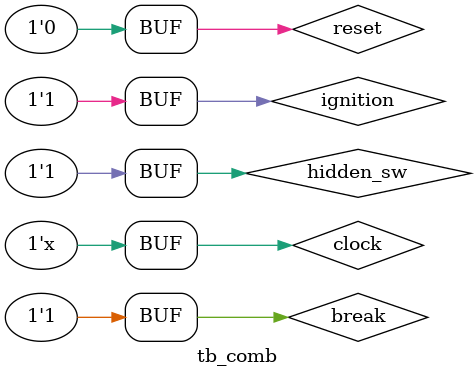
<source format=v>
`timescale 1ns/1ps

module tb_comb ();
reg clock;
reg reset;
reg break;
reg hidden_sw;
reg ignition;
reg fuel_pump;


logica_comb combustivel (
    .clock(clock),
    .reset(reset),
    .break(break),
    .hidden_sw(hidden_sw),
    .ignition(ignition),
    .fuel_pump(fuel_pump)
);

localparam PERIOD = 10;
always #(PERIOD/2) clock = ~clock;

initial begin
    clock <= 1'b0;
    reset <= 1'b1;
    #PERIOD;
    reset <= 1'b0;
    #PERIOD;
    ignition <= 1'b1;
    #PERIOD;
    hidden_sw <= 1'b1;
    break <= 1'b1;
end

endmodule
</source>
